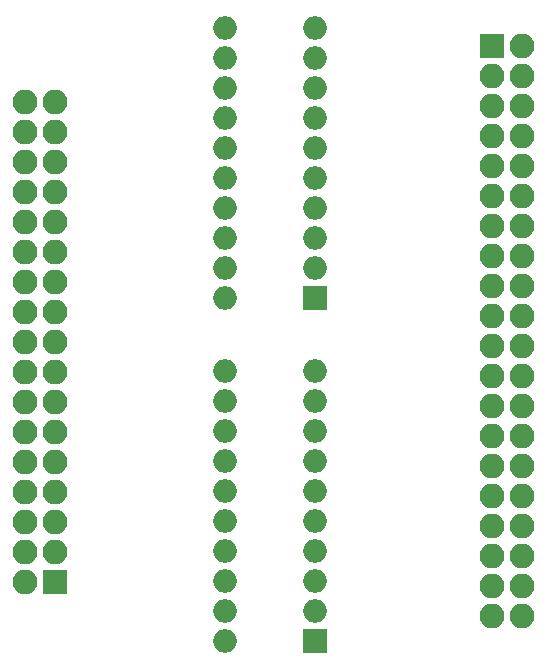
<source format=gts>
G04 #@! TF.FileFunction,Soldermask,Top*
%FSLAX46Y46*%
G04 Gerber Fmt 4.6, Leading zero omitted, Abs format (unit mm)*
G04 Created by KiCad (PCBNEW 4.0.7) date 12/26/17 02:46:59*
%MOMM*%
%LPD*%
G01*
G04 APERTURE LIST*
%ADD10C,0.100000*%
%ADD11R,2.100000X2.100000*%
%ADD12O,2.100000X2.100000*%
%ADD13R,2.000000X2.000000*%
%ADD14O,2.000000X2.000000*%
G04 APERTURE END LIST*
D10*
D11*
X252633000Y-59933800D03*
D12*
X255173000Y-59933800D03*
X252633000Y-62473800D03*
X255173000Y-62473800D03*
X252633000Y-65013800D03*
X255173000Y-65013800D03*
X252633000Y-67553800D03*
X255173000Y-67553800D03*
X252633000Y-70093800D03*
X255173000Y-70093800D03*
X252633000Y-72633800D03*
X255173000Y-72633800D03*
X252633000Y-75173800D03*
X255173000Y-75173800D03*
X252633000Y-77713800D03*
X255173000Y-77713800D03*
X252633000Y-80253800D03*
X255173000Y-80253800D03*
X252633000Y-82793800D03*
X255173000Y-82793800D03*
X252633000Y-85333800D03*
X255173000Y-85333800D03*
X252633000Y-87873800D03*
X255173000Y-87873800D03*
X252633000Y-90413800D03*
X255173000Y-90413800D03*
X252633000Y-92953800D03*
X255173000Y-92953800D03*
X252633000Y-95493800D03*
X255173000Y-95493800D03*
X252633000Y-98033800D03*
X255173000Y-98033800D03*
X252633000Y-100573800D03*
X255173000Y-100573800D03*
X252633000Y-103113800D03*
X255173000Y-103113800D03*
X252633000Y-105653800D03*
X255173000Y-105653800D03*
X252633000Y-108193800D03*
X255173000Y-108193800D03*
D11*
X215633000Y-105334000D03*
D12*
X213093000Y-105334000D03*
X215633000Y-102794000D03*
X213093000Y-102794000D03*
X215633000Y-100254000D03*
X213093000Y-100254000D03*
X215633000Y-97714000D03*
X213093000Y-97714000D03*
X215633000Y-95174000D03*
X213093000Y-95174000D03*
X215633000Y-92634000D03*
X213093000Y-92634000D03*
X215633000Y-90094000D03*
X213093000Y-90094000D03*
X215633000Y-87554000D03*
X213093000Y-87554000D03*
X215633000Y-85014000D03*
X213093000Y-85014000D03*
X215633000Y-82474000D03*
X213093000Y-82474000D03*
X215633000Y-79934000D03*
X213093000Y-79934000D03*
X215633000Y-77394000D03*
X213093000Y-77394000D03*
X215633000Y-74854000D03*
X213093000Y-74854000D03*
X215633000Y-72314000D03*
X213093000Y-72314000D03*
X215633000Y-69774000D03*
X213093000Y-69774000D03*
X215633000Y-67234000D03*
X213093000Y-67234000D03*
X215633000Y-64694000D03*
X213093000Y-64694000D03*
D13*
X237579000Y-81280000D03*
D14*
X229959000Y-58420000D03*
X237579000Y-78740000D03*
X229959000Y-60960000D03*
X237579000Y-76200000D03*
X229959000Y-63500000D03*
X237579000Y-73660000D03*
X229959000Y-66040000D03*
X237579000Y-71120000D03*
X229959000Y-68580000D03*
X237579000Y-68580000D03*
X229959000Y-71120000D03*
X237579000Y-66040000D03*
X229959000Y-73660000D03*
X237579000Y-63500000D03*
X229959000Y-76200000D03*
X237579000Y-60960000D03*
X229959000Y-78740000D03*
X237579000Y-58420000D03*
X229959000Y-81280000D03*
D13*
X237579000Y-110363000D03*
D14*
X229959000Y-87503000D03*
X237579000Y-107823000D03*
X229959000Y-90043000D03*
X237579000Y-105283000D03*
X229959000Y-92583000D03*
X237579000Y-102743000D03*
X229959000Y-95123000D03*
X237579000Y-100203000D03*
X229959000Y-97663000D03*
X237579000Y-97663000D03*
X229959000Y-100203000D03*
X237579000Y-95123000D03*
X229959000Y-102743000D03*
X237579000Y-92583000D03*
X229959000Y-105283000D03*
X237579000Y-90043000D03*
X229959000Y-107823000D03*
X237579000Y-87503000D03*
X229959000Y-110363000D03*
M02*

</source>
